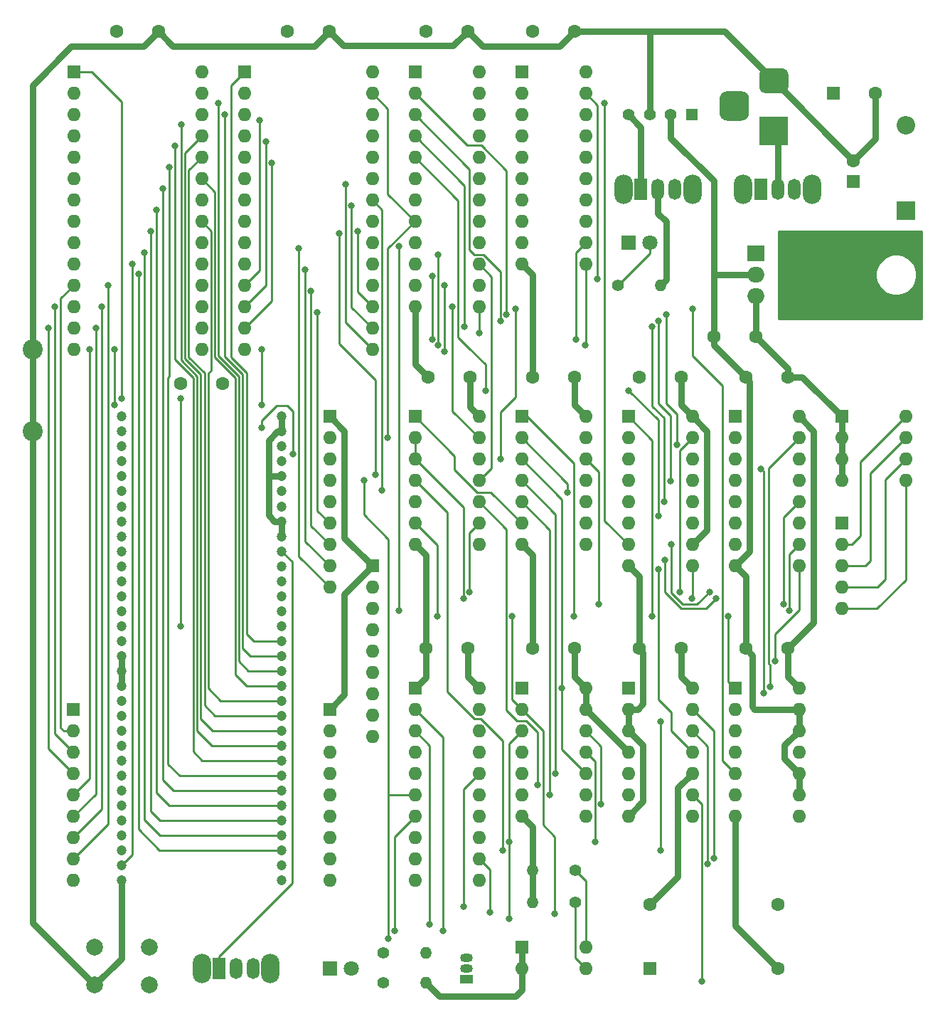
<source format=gbr>
%TF.GenerationSoftware,KiCad,Pcbnew,(5.1.10)-1*%
%TF.CreationDate,2025-11-04T10:25:31+01:00*%
%TF.ProjectId,tlcs90-rom-reader-pcb,746c6373-3930-42d7-926f-6d2d72656164,rev?*%
%TF.SameCoordinates,Original*%
%TF.FileFunction,Copper,L2,Bot*%
%TF.FilePolarity,Positive*%
%FSLAX46Y46*%
G04 Gerber Fmt 4.6, Leading zero omitted, Abs format (unit mm)*
G04 Created by KiCad (PCBNEW (5.1.10)-1) date 2025-11-04 10:25:31*
%MOMM*%
%LPD*%
G01*
G04 APERTURE LIST*
%TA.AperFunction,ComponentPad*%
%ADD10C,1.600000*%
%TD*%
%TA.AperFunction,ComponentPad*%
%ADD11R,1.600000X1.600000*%
%TD*%
%TA.AperFunction,ComponentPad*%
%ADD12O,1.600000X1.600000*%
%TD*%
%TA.AperFunction,ComponentPad*%
%ADD13R,2.000000X1.905000*%
%TD*%
%TA.AperFunction,ComponentPad*%
%ADD14O,2.000000X1.905000*%
%TD*%
%TA.AperFunction,ComponentPad*%
%ADD15R,1.500000X2.500000*%
%TD*%
%TA.AperFunction,ComponentPad*%
%ADD16O,1.500000X2.500000*%
%TD*%
%TA.AperFunction,ComponentPad*%
%ADD17O,2.200000X3.500000*%
%TD*%
%TA.AperFunction,ComponentPad*%
%ADD18R,3.500000X3.500000*%
%TD*%
%TA.AperFunction,ComponentPad*%
%ADD19O,2.200000X2.200000*%
%TD*%
%TA.AperFunction,ComponentPad*%
%ADD20R,2.200000X2.200000*%
%TD*%
%TA.AperFunction,ComponentPad*%
%ADD21R,1.500000X1.050000*%
%TD*%
%TA.AperFunction,ComponentPad*%
%ADD22O,1.500000X1.050000*%
%TD*%
%TA.AperFunction,ComponentPad*%
%ADD23C,1.200000*%
%TD*%
%TA.AperFunction,ComponentPad*%
%ADD24O,1.400000X1.400000*%
%TD*%
%TA.AperFunction,ComponentPad*%
%ADD25C,1.400000*%
%TD*%
%TA.AperFunction,ComponentPad*%
%ADD26C,1.800000*%
%TD*%
%TA.AperFunction,ComponentPad*%
%ADD27R,1.800000X1.800000*%
%TD*%
%TA.AperFunction,ComponentPad*%
%ADD28C,2.000000*%
%TD*%
%TA.AperFunction,ComponentPad*%
%ADD29R,1.408000X1.408000*%
%TD*%
%TA.AperFunction,ComponentPad*%
%ADD30C,1.408000*%
%TD*%
%TA.AperFunction,ViaPad*%
%ADD31C,2.400000*%
%TD*%
%TA.AperFunction,ViaPad*%
%ADD32C,0.800000*%
%TD*%
%TA.AperFunction,Conductor*%
%ADD33C,0.250000*%
%TD*%
%TA.AperFunction,Conductor*%
%ADD34C,0.750000*%
%TD*%
%TA.AperFunction,Conductor*%
%ADD35C,0.254000*%
%TD*%
%TA.AperFunction,Conductor*%
%ADD36C,0.100000*%
%TD*%
G04 APERTURE END LIST*
D10*
%TO.P,C30,2*%
%TO.N,GND*%
X181762400Y-51163220D03*
D11*
%TO.P,C30,1*%
%TO.N,+12V*%
X181762400Y-53663220D03*
%TD*%
D12*
%TO.P,RA5,5*%
%TO.N,Net-(DSW2-Pad5)*%
X180340000Y-104495600D03*
%TO.P,RA5,4*%
%TO.N,Net-(DSW2-Pad6)*%
X180340000Y-101955600D03*
%TO.P,RA5,3*%
%TO.N,Net-(DSW2-Pad7)*%
X180340000Y-99415600D03*
%TO.P,RA5,2*%
%TO.N,Net-(DSW2-Pad8)*%
X180340000Y-96875600D03*
D11*
%TO.P,RA5,1*%
%TO.N,GND*%
X180340000Y-94335600D03*
%TD*%
D12*
%TO.P,DSW2,8*%
%TO.N,Net-(DSW2-Pad8)*%
X187960000Y-81635600D03*
%TO.P,DSW2,4*%
%TO.N,VCC*%
X180340000Y-89255600D03*
%TO.P,DSW2,7*%
%TO.N,Net-(DSW2-Pad7)*%
X187960000Y-84175600D03*
%TO.P,DSW2,3*%
%TO.N,VCC*%
X180340000Y-86715600D03*
%TO.P,DSW2,6*%
%TO.N,Net-(DSW2-Pad6)*%
X187960000Y-86715600D03*
%TO.P,DSW2,2*%
%TO.N,VCC*%
X180340000Y-84175600D03*
%TO.P,DSW2,5*%
%TO.N,Net-(DSW2-Pad5)*%
X187960000Y-89255600D03*
D11*
%TO.P,DSW2,1*%
%TO.N,VCC*%
X180340000Y-81635600D03*
%TD*%
D13*
%TO.P,U15,1*%
%TO.N,+12V*%
X170174920Y-62230000D03*
D14*
%TO.P,U15,2*%
%TO.N,GND*%
X170174920Y-64770000D03*
%TO.P,U15,3*%
%TO.N,VCC*%
X170174920Y-67310000D03*
%TD*%
D15*
%TO.P,SW2,1*%
%TO.N,/SW12V*%
X170720000Y-54610000D03*
D16*
%TO.P,SW2,2*%
%TO.N,/IN12V*%
X172720000Y-54610000D03*
%TO.P,SW2,3*%
%TO.N,N/C*%
X174720000Y-54610000D03*
D17*
%TO.P,SW2,*%
%TO.N,*%
X168620000Y-54610000D03*
X176820000Y-54610000D03*
%TD*%
D18*
%TO.P,J2,1*%
%TO.N,/IN12V*%
X172271420Y-47673520D03*
%TO.P,J2,2*%
%TO.N,GND*%
%TA.AperFunction,ComponentPad*%
G36*
G01*
X171271420Y-40173520D02*
X173271420Y-40173520D01*
G75*
G02*
X174021420Y-40923520I0J-750000D01*
G01*
X174021420Y-42423520D01*
G75*
G02*
X173271420Y-43173520I-750000J0D01*
G01*
X171271420Y-43173520D01*
G75*
G02*
X170521420Y-42423520I0J750000D01*
G01*
X170521420Y-40923520D01*
G75*
G02*
X171271420Y-40173520I750000J0D01*
G01*
G37*
%TD.AperFunction*%
%TO.P,J2,3*%
%TO.N,N/C*%
%TA.AperFunction,ComponentPad*%
G36*
G01*
X166696420Y-42923520D02*
X168446420Y-42923520D01*
G75*
G02*
X169321420Y-43798520I0J-875000D01*
G01*
X169321420Y-45548520D01*
G75*
G02*
X168446420Y-46423520I-875000J0D01*
G01*
X166696420Y-46423520D01*
G75*
G02*
X165821420Y-45548520I0J875000D01*
G01*
X165821420Y-43798520D01*
G75*
G02*
X166696420Y-42923520I875000J0D01*
G01*
G37*
%TD.AperFunction*%
%TD*%
D19*
%TO.P,D3,2*%
%TO.N,/SW12V*%
X187960000Y-46949360D03*
D20*
%TO.P,D3,1*%
%TO.N,+12V*%
X187960000Y-57109360D03*
%TD*%
D10*
%TO.P,C14,2*%
%TO.N,GND*%
X165100000Y-72136000D03*
%TO.P,C14,1*%
%TO.N,VCC*%
X170100000Y-72136000D03*
%TD*%
D12*
%TO.P,U8,14*%
%TO.N,VCC*%
X149860000Y-113919000D03*
%TO.P,U8,7*%
%TO.N,GND*%
X142240000Y-129159000D03*
%TO.P,U8,13*%
%TO.N,VCC*%
X149860000Y-116459000D03*
%TO.P,U8,6*%
%TO.N,Net-(U8-Pad12)*%
X142240000Y-126619000D03*
%TO.P,U8,12*%
X149860000Y-118999000D03*
%TO.P,U8,5*%
%TO.N,Net-(U10-Pad4)*%
X142240000Y-124079000D03*
%TO.P,U8,11*%
%TO.N,CLK*%
X149860000Y-121539000D03*
%TO.P,U8,4*%
%TO.N,VCC*%
X142240000Y-121539000D03*
%TO.P,U8,10*%
%TO.N,Net-(U10-Pad3)*%
X149860000Y-124079000D03*
%TO.P,U8,3*%
%TO.N,CLK*%
X142240000Y-118999000D03*
%TO.P,U8,9*%
%TO.N,Net-(U10-Pad5)*%
X149860000Y-126619000D03*
%TO.P,U8,2*%
%TO.N,~RESET*%
X142240000Y-116459000D03*
%TO.P,U8,8*%
%TO.N,N/C*%
X149860000Y-129159000D03*
D11*
%TO.P,U8,1*%
%TO.N,Net-(U10-Pad3)*%
X142240000Y-113919000D03*
%TD*%
D21*
%TO.P,Q1,1*%
%TO.N,GND*%
X135636000Y-148590000D03*
D22*
%TO.P,Q1,3*%
%TO.N,Net-(Q1-Pad3)*%
X135636000Y-146050000D03*
%TO.P,Q1,2*%
%TO.N,Net-(D2-Pad1)*%
X135636000Y-147320000D03*
%TD*%
D23*
%TO.P,U1,64*%
%TO.N,VCC*%
X113690400Y-81630000D03*
%TO.P,U1,63*%
X113690400Y-83410000D03*
%TO.P,U1,62*%
%TO.N,~WR*%
X113690400Y-85190000D03*
%TO.P,U1,61*%
%TO.N,~RD*%
X113690400Y-86970000D03*
%TO.P,U1,60*%
%TO.N,VCC*%
X113690400Y-88750000D03*
%TO.P,U1,59*%
%TO.N,N/C*%
X113690400Y-90530000D03*
%TO.P,U1,58*%
X113690400Y-92310000D03*
%TO.P,U1,57*%
%TO.N,VCC*%
X113690400Y-94090000D03*
%TO.P,U1,56*%
X113690400Y-95870000D03*
%TO.P,U1,55*%
%TO.N,~EA*%
X113690400Y-97650000D03*
%TO.P,U1,54*%
%TO.N,A19*%
X113690400Y-99430000D03*
%TO.P,U1,53*%
%TO.N,A18*%
X113690400Y-101210000D03*
%TO.P,U1,52*%
%TO.N,A17*%
X113690400Y-102990000D03*
%TO.P,U1,51*%
%TO.N,A16*%
X113690400Y-104770000D03*
%TO.P,U1,50*%
%TO.N,A15*%
X113690400Y-106550000D03*
%TO.P,U1,49*%
%TO.N,A14*%
X113690400Y-108330000D03*
%TO.P,U1,48*%
%TO.N,A13*%
X113690400Y-110110000D03*
%TO.P,U1,47*%
%TO.N,A12*%
X113690400Y-111890000D03*
%TO.P,U1,46*%
%TO.N,A11*%
X113690400Y-113670000D03*
%TO.P,U1,45*%
%TO.N,A10*%
X113690400Y-115450000D03*
%TO.P,U1,44*%
%TO.N,A9*%
X113690400Y-117230000D03*
%TO.P,U1,43*%
%TO.N,A8*%
X113690400Y-119010000D03*
%TO.P,U1,42*%
%TO.N,A7*%
X113690400Y-120790000D03*
%TO.P,U1,41*%
%TO.N,A6*%
X113690400Y-122570000D03*
%TO.P,U1,40*%
%TO.N,A5*%
X113690400Y-124350000D03*
%TO.P,U1,39*%
%TO.N,A4*%
X113690400Y-126130000D03*
%TO.P,U1,38*%
%TO.N,A3*%
X113690400Y-127910000D03*
%TO.P,U1,37*%
%TO.N,A2*%
X113690400Y-129690000D03*
%TO.P,U1,36*%
%TO.N,A1*%
X113690400Y-131470000D03*
%TO.P,U1,35*%
%TO.N,A0*%
X113690400Y-133250000D03*
%TO.P,U1,34*%
%TO.N,N/C*%
X113690400Y-135030000D03*
%TO.P,U1,33*%
%TO.N,Net-(U1-Pad33)*%
X113690400Y-136810000D03*
%TO.P,U1,32*%
%TO.N,GND*%
X94589600Y-136810000D03*
%TO.P,U1,31*%
%TO.N,D7*%
X94589600Y-135030000D03*
%TO.P,U1,30*%
%TO.N,D6*%
X94589600Y-133250000D03*
%TO.P,U1,29*%
%TO.N,D5*%
X94589600Y-131470000D03*
%TO.P,U1,28*%
%TO.N,D4*%
X94589600Y-129690000D03*
%TO.P,U1,27*%
%TO.N,D3*%
X94589600Y-127910000D03*
%TO.P,U1,26*%
%TO.N,D2*%
X94589600Y-126130000D03*
%TO.P,U1,25*%
%TO.N,D1*%
X94589600Y-124350000D03*
%TO.P,U1,24*%
%TO.N,D0*%
X94589600Y-122570000D03*
%TO.P,U1,23*%
%TO.N,CLK*%
X94589600Y-120790000D03*
%TO.P,U1,22*%
%TO.N,~RESET*%
X94589600Y-119010000D03*
%TO.P,U1,21*%
%TO.N,~NMI-RESET*%
X94589600Y-117230000D03*
%TO.P,U1,20*%
%TO.N,N/C*%
X94589600Y-115450000D03*
%TO.P,U1,19*%
%TO.N,VCC*%
X94589600Y-113670000D03*
%TO.P,U1,18*%
X94589600Y-111890000D03*
%TO.P,U1,17*%
X94589600Y-110110000D03*
%TO.P,U1,16*%
%TO.N,N/C*%
X94589600Y-108330000D03*
%TO.P,U1,15*%
X94589600Y-106550000D03*
%TO.P,U1,14*%
X94589600Y-104770000D03*
%TO.P,U1,13*%
X94589600Y-102990000D03*
%TO.P,U1,12*%
X94589600Y-101210000D03*
%TO.P,U1,11*%
X94589600Y-99430000D03*
%TO.P,U1,10*%
X94589600Y-97650000D03*
%TO.P,U1,9*%
X94589600Y-95870000D03*
%TO.P,U1,8*%
X94589600Y-94090000D03*
%TO.P,U1,7*%
X94589600Y-92310000D03*
%TO.P,U1,6*%
X94589600Y-90530000D03*
%TO.P,U1,5*%
X94589600Y-88750000D03*
%TO.P,U1,4*%
X94589600Y-86970000D03*
%TO.P,U1,3*%
X94589600Y-85190000D03*
%TO.P,U1,2*%
%TO.N,GND*%
X94589600Y-83410000D03*
%TO.P,U1,1*%
%TO.N,VCC*%
X94589600Y-81630000D03*
%TD*%
D10*
%TO.P,C7,2*%
%TO.N,GND*%
X119300000Y-35814000D03*
%TO.P,C7,1*%
%TO.N,VCC*%
X114300000Y-35814000D03*
%TD*%
%TO.P,C4,2*%
%TO.N,GND*%
X168910000Y-109220000D03*
%TO.P,C4,1*%
%TO.N,VCC*%
X173910000Y-109220000D03*
%TD*%
D24*
%TO.P,R1,2*%
%TO.N,VCC*%
X158750000Y-66040000D03*
D25*
%TO.P,R1,1*%
%TO.N,Net-(D1-Pad2)*%
X153670000Y-66040000D03*
%TD*%
D17*
%TO.P,SW4,*%
%TO.N,*%
X112340000Y-147320000D03*
X104140000Y-147320000D03*
D16*
%TO.P,SW4,3*%
%TO.N,N/C*%
X110240000Y-147320000D03*
%TO.P,SW4,2*%
%TO.N,GND*%
X108240000Y-147320000D03*
D15*
%TO.P,SW4,1*%
%TO.N,~EA*%
X106240000Y-147320000D03*
%TD*%
D10*
%TO.P,C5,2*%
%TO.N,GND*%
X101639360Y-77724000D03*
%TO.P,C5,1*%
%TO.N,VCC*%
X106639360Y-77724000D03*
%TD*%
D24*
%TO.P,R5,2*%
%TO.N,GND*%
X143510000Y-139446000D03*
D25*
%TO.P,R5,1*%
%TO.N,Net-(DSW1-Pad3)*%
X148590000Y-139446000D03*
%TD*%
D10*
%TO.P,C1,2*%
%TO.N,GND*%
X130810000Y-109220000D03*
%TO.P,C1,1*%
%TO.N,VCC*%
X135810000Y-109220000D03*
%TD*%
D17*
%TO.P,SW1,*%
%TO.N,*%
X162560000Y-54610000D03*
X154360000Y-54610000D03*
D16*
%TO.P,SW1,3*%
%TO.N,N/C*%
X160460000Y-54610000D03*
%TO.P,SW1,2*%
%TO.N,VCC*%
X158460000Y-54610000D03*
D15*
%TO.P,SW1,1*%
%TO.N,Net-(J1-Pad4)*%
X156460000Y-54610000D03*
%TD*%
D10*
%TO.P,C20,2*%
%TO.N,GND*%
X184324000Y-43180000D03*
D11*
%TO.P,C20,1*%
%TO.N,VCC*%
X179324000Y-43180000D03*
%TD*%
D10*
%TO.P,C8,2*%
%TO.N,GND*%
X135810000Y-35763200D03*
%TO.P,C8,1*%
%TO.N,VCC*%
X130810000Y-35763200D03*
%TD*%
D12*
%TO.P,U14,20*%
%TO.N,VCC*%
X137160000Y-113944400D03*
%TO.P,U14,10*%
%TO.N,GND*%
X129540000Y-136804400D03*
%TO.P,U14,19*%
%TO.N,~DSW-ENABLE*%
X137160000Y-116484400D03*
%TO.P,U14,9*%
%TO.N,Net-(U14-Pad13)*%
X129540000Y-134264400D03*
%TO.P,U14,18*%
%TO.N,Net-(U14-Pad18)*%
X137160000Y-119024400D03*
%TO.P,U14,8*%
%TO.N,Net-(U14-Pad14)*%
X129540000Y-131724400D03*
%TO.P,U14,17*%
%TO.N,Net-(U14-Pad17)*%
X137160000Y-121564400D03*
%TO.P,U14,7*%
%TO.N,D1*%
X129540000Y-129184400D03*
%TO.P,U14,16*%
%TO.N,Net-(U1-Pad33)*%
X137160000Y-124104400D03*
%TO.P,U14,6*%
%TO.N,Net-(RA3-Pad4)*%
X129540000Y-126644400D03*
%TO.P,U14,15*%
%TO.N,Net-(DSW1-Pad4)*%
X137160000Y-126644400D03*
%TO.P,U14,5*%
%TO.N,Net-(U14-Pad17)*%
X129540000Y-124104400D03*
%TO.P,U14,14*%
%TO.N,Net-(U14-Pad14)*%
X137160000Y-129184400D03*
%TO.P,U14,4*%
%TO.N,Net-(U14-Pad18)*%
X129540000Y-121564400D03*
%TO.P,U14,13*%
%TO.N,Net-(U14-Pad13)*%
X137160000Y-131724400D03*
%TO.P,U14,3*%
%TO.N,D0*%
X129540000Y-119024400D03*
%TO.P,U14,12*%
%TO.N,~RESET*%
X137160000Y-134264400D03*
%TO.P,U14,2*%
%TO.N,Net-(U14-Pad2)*%
X129540000Y-116484400D03*
%TO.P,U14,11*%
%TO.N,Net-(DSW1-Pad3)*%
X137160000Y-136804400D03*
D11*
%TO.P,U14,1*%
%TO.N,GND*%
X129540000Y-113944400D03*
%TD*%
D10*
%TO.P,C10,2*%
%TO.N,GND*%
X131064000Y-76962000D03*
%TO.P,C10,1*%
%TO.N,VCC*%
X136064000Y-76962000D03*
%TD*%
D12*
%TO.P,U9,14*%
%TO.N,VCC*%
X162560000Y-113919000D03*
%TO.P,U9,7*%
%TO.N,GND*%
X154940000Y-129159000D03*
%TO.P,U9,13*%
%TO.N,~RESET*%
X162560000Y-116459000D03*
%TO.P,U9,6*%
%TO.N,N/C*%
X154940000Y-126619000D03*
%TO.P,U9,12*%
%TO.N,D0*%
X162560000Y-118999000D03*
%TO.P,U9,5*%
%TO.N,N/C*%
X154940000Y-124079000D03*
%TO.P,U9,11*%
%TO.N,Net-(U11-Pad13)*%
X162560000Y-121539000D03*
%TO.P,U9,4*%
%TO.N,VCC*%
X154940000Y-121539000D03*
%TO.P,U9,10*%
X162560000Y-124079000D03*
%TO.P,U9,3*%
%TO.N,GND*%
X154940000Y-118999000D03*
%TO.P,U9,9*%
%TO.N,Net-(R3-Pad2)*%
X162560000Y-126619000D03*
%TO.P,U9,2*%
%TO.N,GND*%
X154940000Y-116459000D03*
%TO.P,U9,8*%
%TO.N,N/C*%
X162560000Y-129159000D03*
D11*
%TO.P,U9,1*%
%TO.N,VCC*%
X154940000Y-113919000D03*
%TD*%
D10*
%TO.P,C3,2*%
%TO.N,GND*%
X156210000Y-109220000D03*
%TO.P,C3,1*%
%TO.N,VCC*%
X161210000Y-109220000D03*
%TD*%
%TO.P,C9,2*%
%TO.N,GND*%
X148510000Y-35814000D03*
%TO.P,C9,1*%
%TO.N,VCC*%
X143510000Y-35814000D03*
%TD*%
%TO.P,C13,2*%
%TO.N,GND*%
X168910000Y-76962000D03*
%TO.P,C13,1*%
%TO.N,VCC*%
X173910000Y-76962000D03*
%TD*%
%TO.P,C11,2*%
%TO.N,GND*%
X143510000Y-76962000D03*
%TO.P,C11,1*%
%TO.N,VCC*%
X148510000Y-76962000D03*
%TD*%
D24*
%TO.P,R4,2*%
%TO.N,GND*%
X143510000Y-135636000D03*
D25*
%TO.P,R4,1*%
%TO.N,Net-(DSW1-Pad4)*%
X148590000Y-135636000D03*
%TD*%
D12*
%TO.P,U5,20*%
%TO.N,VCC*%
X149860000Y-40640000D03*
%TO.P,U5,10*%
%TO.N,GND*%
X142240000Y-63500000D03*
%TO.P,U5,19*%
%TO.N,Net-(U11-Pad11)*%
X149860000Y-43180000D03*
%TO.P,U5,9*%
%TO.N,Net-(U4-Pad16)*%
X142240000Y-60960000D03*
%TO.P,U5,18*%
%TO.N,D0*%
X149860000Y-45720000D03*
%TO.P,U5,8*%
%TO.N,Net-(U4-Pad17)*%
X142240000Y-58420000D03*
%TO.P,U5,17*%
%TO.N,D1*%
X149860000Y-48260000D03*
%TO.P,U5,7*%
%TO.N,Net-(U4-Pad18)*%
X142240000Y-55880000D03*
%TO.P,U5,16*%
%TO.N,D2*%
X149860000Y-50800000D03*
%TO.P,U5,6*%
%TO.N,Net-(U4-Pad19)*%
X142240000Y-53340000D03*
%TO.P,U5,15*%
%TO.N,D3*%
X149860000Y-53340000D03*
%TO.P,U5,5*%
%TO.N,Net-(U4-Pad20)*%
X142240000Y-50800000D03*
%TO.P,U5,14*%
%TO.N,D4*%
X149860000Y-55880000D03*
%TO.P,U5,4*%
%TO.N,Net-(U4-Pad21)*%
X142240000Y-48260000D03*
%TO.P,U5,13*%
%TO.N,D5*%
X149860000Y-58420000D03*
%TO.P,U5,3*%
%TO.N,Net-(U4-Pad22)*%
X142240000Y-45720000D03*
%TO.P,U5,12*%
%TO.N,D6*%
X149860000Y-60960000D03*
%TO.P,U5,2*%
%TO.N,Net-(U4-Pad23)*%
X142240000Y-43180000D03*
%TO.P,U5,11*%
%TO.N,D7*%
X149860000Y-63500000D03*
D11*
%TO.P,U5,1*%
%TO.N,VCC*%
X142240000Y-40640000D03*
%TD*%
D24*
%TO.P,R3,2*%
%TO.N,Net-(R3-Pad2)*%
X130810000Y-145415000D03*
D25*
%TO.P,R3,1*%
%TO.N,Net-(Q1-Pad3)*%
X125730000Y-145415000D03*
%TD*%
D11*
%TO.P,U10,1*%
%TO.N,~RESET*%
X142240000Y-81635600D03*
D12*
%TO.P,U10,8*%
%TO.N,~DISABLE-COUNT*%
X149860000Y-96875600D03*
%TO.P,U10,2*%
%TO.N,~EA*%
X142240000Y-84175600D03*
%TO.P,U10,9*%
%TO.N,Net-(U10-Pad9)*%
X149860000Y-94335600D03*
%TO.P,U10,3*%
%TO.N,Net-(U10-Pad3)*%
X142240000Y-86715600D03*
%TO.P,U10,10*%
%TO.N,~EA*%
X149860000Y-91795600D03*
%TO.P,U10,4*%
%TO.N,Net-(U10-Pad4)*%
X142240000Y-89255600D03*
%TO.P,U10,11*%
%TO.N,~ROM-ENABLE*%
X149860000Y-89255600D03*
%TO.P,U10,5*%
%TO.N,Net-(U10-Pad5)*%
X142240000Y-91795600D03*
%TO.P,U10,12*%
%TO.N,Net-(U10-Pad12)*%
X149860000Y-86715600D03*
%TO.P,U10,6*%
%TO.N,Net-(U10-Pad6)*%
X142240000Y-94335600D03*
%TO.P,U10,13*%
%TO.N,Net-(U10-Pad13)*%
X149860000Y-84175600D03*
%TO.P,U10,7*%
%TO.N,GND*%
X142240000Y-96875600D03*
%TO.P,U10,14*%
%TO.N,VCC*%
X149860000Y-81635600D03*
%TD*%
D11*
%TO.P,U12,1*%
%TO.N,Net-(U11-Pad6)*%
X167640000Y-113919000D03*
D12*
%TO.P,U12,8*%
%TO.N,N/C*%
X175260000Y-129159000D03*
%TO.P,U12,2*%
%TO.N,NMI-RESET-POS*%
X167640000Y-116459000D03*
%TO.P,U12,9*%
%TO.N,GND*%
X175260000Y-126619000D03*
%TO.P,U12,3*%
%TO.N,Net-(U12-Pad3)*%
X167640000Y-118999000D03*
%TO.P,U12,10*%
%TO.N,GND*%
X175260000Y-124079000D03*
%TO.P,U12,4*%
%TO.N,Net-(U11-Pad10)*%
X167640000Y-121539000D03*
%TO.P,U12,11*%
%TO.N,N/C*%
X175260000Y-121539000D03*
%TO.P,U12,5*%
%TO.N,Net-(U11-Pad12)*%
X167640000Y-124079000D03*
%TO.P,U12,12*%
%TO.N,GND*%
X175260000Y-118999000D03*
%TO.P,U12,6*%
%TO.N,Net-(U12-Pad6)*%
X167640000Y-126619000D03*
%TO.P,U12,13*%
%TO.N,GND*%
X175260000Y-116459000D03*
%TO.P,U12,7*%
X167640000Y-129159000D03*
%TO.P,U12,14*%
%TO.N,VCC*%
X175260000Y-113919000D03*
%TD*%
%TO.P,DSW1,4*%
%TO.N,Net-(DSW1-Pad4)*%
X149860000Y-144780000D03*
%TO.P,DSW1,2*%
%TO.N,VCC*%
X142240000Y-147320000D03*
%TO.P,DSW1,3*%
%TO.N,Net-(DSW1-Pad3)*%
X149860000Y-147320000D03*
D11*
%TO.P,DSW1,1*%
%TO.N,VCC*%
X142240000Y-144780000D03*
%TD*%
D26*
%TO.P,D1,2*%
%TO.N,Net-(D1-Pad2)*%
X157480000Y-60960000D03*
D27*
%TO.P,D1,1*%
%TO.N,GND*%
X154940000Y-60960000D03*
%TD*%
D12*
%TO.P,U6,16*%
%TO.N,VCC*%
X162560000Y-81635600D03*
%TO.P,U6,8*%
%TO.N,GND*%
X154940000Y-99415600D03*
%TO.P,U6,15*%
%TO.N,Net-(U11-Pad9)*%
X162560000Y-84175600D03*
%TO.P,U6,7*%
%TO.N,~DISABLE-COUNT*%
X154940000Y-96875600D03*
%TO.P,U6,14*%
%TO.N,C0*%
X162560000Y-86715600D03*
%TO.P,U6,6*%
%TO.N,Net-(DSW2-Pad5)*%
X154940000Y-94335600D03*
%TO.P,U6,13*%
%TO.N,C1*%
X162560000Y-89255600D03*
%TO.P,U6,5*%
%TO.N,Net-(DSW2-Pad6)*%
X154940000Y-91795600D03*
%TO.P,U6,12*%
%TO.N,C2*%
X162560000Y-91795600D03*
%TO.P,U6,4*%
%TO.N,Net-(DSW2-Pad7)*%
X154940000Y-89255600D03*
%TO.P,U6,11*%
%TO.N,C3*%
X162560000Y-94335600D03*
%TO.P,U6,3*%
%TO.N,Net-(DSW2-Pad8)*%
X154940000Y-86715600D03*
%TO.P,U6,10*%
%TO.N,VCC*%
X162560000Y-96875600D03*
%TO.P,U6,2*%
%TO.N,Net-(U12-Pad3)*%
X154940000Y-84175600D03*
%TO.P,U6,9*%
%TO.N,~NMI-RESET*%
X162560000Y-99415600D03*
D11*
%TO.P,U6,1*%
%TO.N,~RESET*%
X154940000Y-81635600D03*
%TD*%
D10*
%TO.P,C12,2*%
%TO.N,GND*%
X156210000Y-76962000D03*
%TO.P,C12,1*%
%TO.N,VCC*%
X161210000Y-76962000D03*
%TD*%
%TO.P,C6,2*%
%TO.N,GND*%
X99005400Y-35826700D03*
%TO.P,C6,1*%
%TO.N,VCC*%
X94005400Y-35826700D03*
%TD*%
%TO.P,C2,2*%
%TO.N,GND*%
X143510000Y-109220000D03*
%TO.P,C2,1*%
%TO.N,VCC*%
X148510000Y-109220000D03*
%TD*%
D11*
%TO.P,U3,1*%
%TO.N,A14*%
X109220000Y-40640000D03*
D12*
%TO.P,U3,15*%
%TO.N,D3*%
X124460000Y-73660000D03*
%TO.P,U3,2*%
%TO.N,A12*%
X109220000Y-43180000D03*
%TO.P,U3,16*%
%TO.N,D4*%
X124460000Y-71120000D03*
%TO.P,U3,3*%
%TO.N,A7*%
X109220000Y-45720000D03*
%TO.P,U3,17*%
%TO.N,D5*%
X124460000Y-68580000D03*
%TO.P,U3,4*%
%TO.N,A6*%
X109220000Y-48260000D03*
%TO.P,U3,18*%
%TO.N,D6*%
X124460000Y-66040000D03*
%TO.P,U3,5*%
%TO.N,A5*%
X109220000Y-50800000D03*
%TO.P,U3,19*%
%TO.N,D7*%
X124460000Y-63500000D03*
%TO.P,U3,6*%
%TO.N,A4*%
X109220000Y-53340000D03*
%TO.P,U3,20*%
%TO.N,~EEPROM-ENABLE*%
X124460000Y-60960000D03*
%TO.P,U3,7*%
%TO.N,A3*%
X109220000Y-55880000D03*
%TO.P,U3,21*%
%TO.N,A10*%
X124460000Y-58420000D03*
%TO.P,U3,8*%
%TO.N,A2*%
X109220000Y-58420000D03*
%TO.P,U3,22*%
%TO.N,~RD*%
X124460000Y-55880000D03*
%TO.P,U3,9*%
%TO.N,A1*%
X109220000Y-60960000D03*
%TO.P,U3,23*%
%TO.N,A11*%
X124460000Y-53340000D03*
%TO.P,U3,10*%
%TO.N,A0*%
X109220000Y-63500000D03*
%TO.P,U3,24*%
%TO.N,A9*%
X124460000Y-50800000D03*
%TO.P,U3,11*%
%TO.N,D0*%
X109220000Y-66040000D03*
%TO.P,U3,25*%
%TO.N,A8*%
X124460000Y-48260000D03*
%TO.P,U3,12*%
%TO.N,D1*%
X109220000Y-68580000D03*
%TO.P,U3,26*%
%TO.N,A13*%
X124460000Y-45720000D03*
%TO.P,U3,13*%
%TO.N,D2*%
X109220000Y-71120000D03*
%TO.P,U3,27*%
%TO.N,~WR*%
X124460000Y-43180000D03*
%TO.P,U3,14*%
%TO.N,GND*%
X109220000Y-73660000D03*
%TO.P,U3,28*%
%TO.N,VCC*%
X124460000Y-40640000D03*
%TD*%
%TO.P,U4,24*%
%TO.N,VCC*%
X137162540Y-40637460D03*
%TO.P,U4,12*%
%TO.N,GND*%
X129542540Y-68577460D03*
%TO.P,U4,23*%
%TO.N,Net-(U4-Pad23)*%
X137162540Y-43177460D03*
%TO.P,U4,11*%
%TO.N,A18*%
X129542540Y-66037460D03*
%TO.P,U4,22*%
%TO.N,Net-(U4-Pad22)*%
X137162540Y-45717460D03*
%TO.P,U4,10*%
%TO.N,A17*%
X129542540Y-63497460D03*
%TO.P,U4,21*%
%TO.N,Net-(U4-Pad21)*%
X137162540Y-48257460D03*
%TO.P,U4,9*%
%TO.N,A16*%
X129542540Y-60957460D03*
%TO.P,U4,20*%
%TO.N,Net-(U4-Pad20)*%
X137162540Y-50797460D03*
%TO.P,U4,8*%
%TO.N,~WR*%
X129542540Y-58417460D03*
%TO.P,U4,19*%
%TO.N,Net-(U4-Pad19)*%
X137162540Y-53337460D03*
%TO.P,U4,7*%
%TO.N,N/C*%
X129542540Y-55877460D03*
%TO.P,U4,18*%
%TO.N,Net-(U4-Pad18)*%
X137162540Y-55877460D03*
%TO.P,U4,6*%
%TO.N,N/C*%
X129542540Y-53337460D03*
%TO.P,U4,17*%
%TO.N,Net-(U4-Pad17)*%
X137162540Y-58417460D03*
%TO.P,U4,5*%
%TO.N,C3*%
X129542540Y-50797460D03*
%TO.P,U4,16*%
%TO.N,Net-(U4-Pad16)*%
X137162540Y-60957460D03*
%TO.P,U4,4*%
%TO.N,C2*%
X129542540Y-48257460D03*
%TO.P,U4,15*%
%TO.N,Net-(U11-Pad11)*%
X137162540Y-63497460D03*
%TO.P,U4,3*%
%TO.N,C1*%
X129542540Y-45717460D03*
%TO.P,U4,14*%
%TO.N,Net-(U11-Pad13)*%
X137162540Y-66037460D03*
%TO.P,U4,2*%
%TO.N,C0*%
X129542540Y-43177460D03*
%TO.P,U4,13*%
%TO.N,A19*%
X137162540Y-68577460D03*
D11*
%TO.P,U4,1*%
%TO.N,~DISABLE-COUNT*%
X129542540Y-40637460D03*
%TD*%
D12*
%TO.P,U2,28*%
%TO.N,VCC*%
X104140000Y-40640000D03*
%TO.P,U2,14*%
%TO.N,GND*%
X88900000Y-73660000D03*
%TO.P,U2,27*%
%TO.N,A14*%
X104140000Y-43180000D03*
%TO.P,U2,13*%
%TO.N,D2*%
X88900000Y-71120000D03*
%TO.P,U2,26*%
%TO.N,A13*%
X104140000Y-45720000D03*
%TO.P,U2,12*%
%TO.N,D1*%
X88900000Y-68580000D03*
%TO.P,U2,25*%
%TO.N,A8*%
X104140000Y-48260000D03*
%TO.P,U2,11*%
%TO.N,D0*%
X88900000Y-66040000D03*
%TO.P,U2,24*%
%TO.N,A9*%
X104140000Y-50800000D03*
%TO.P,U2,10*%
%TO.N,A0*%
X88900000Y-63500000D03*
%TO.P,U2,23*%
%TO.N,A11*%
X104140000Y-53340000D03*
%TO.P,U2,9*%
%TO.N,A1*%
X88900000Y-60960000D03*
%TO.P,U2,22*%
%TO.N,~RD*%
X104140000Y-55880000D03*
%TO.P,U2,8*%
%TO.N,A2*%
X88900000Y-58420000D03*
%TO.P,U2,21*%
%TO.N,A10*%
X104140000Y-58420000D03*
%TO.P,U2,7*%
%TO.N,A3*%
X88900000Y-55880000D03*
%TO.P,U2,20*%
%TO.N,~ROM-ENABLE*%
X104140000Y-60960000D03*
%TO.P,U2,6*%
%TO.N,A4*%
X88900000Y-53340000D03*
%TO.P,U2,19*%
%TO.N,D7*%
X104140000Y-63500000D03*
%TO.P,U2,5*%
%TO.N,A5*%
X88900000Y-50800000D03*
%TO.P,U2,18*%
%TO.N,D6*%
X104140000Y-66040000D03*
%TO.P,U2,4*%
%TO.N,A6*%
X88900000Y-48260000D03*
%TO.P,U2,17*%
%TO.N,D5*%
X104140000Y-68580000D03*
%TO.P,U2,3*%
%TO.N,A7*%
X88900000Y-45720000D03*
%TO.P,U2,16*%
%TO.N,D4*%
X104140000Y-71120000D03*
%TO.P,U2,2*%
%TO.N,A12*%
X88900000Y-43180000D03*
%TO.P,U2,15*%
%TO.N,D3*%
X104140000Y-73660000D03*
D11*
%TO.P,U2,1*%
%TO.N,A15*%
X88900000Y-40640000D03*
%TD*%
D28*
%TO.P,SW3,1*%
%TO.N,Net-(RA3-Pad4)*%
X97937460Y-144780000D03*
%TO.P,SW3,2*%
%TO.N,GND*%
X97937460Y-149280000D03*
%TO.P,SW3,1*%
%TO.N,Net-(RA3-Pad4)*%
X91437460Y-144780000D03*
%TO.P,SW3,2*%
%TO.N,GND*%
X91437460Y-149280000D03*
%TD*%
D12*
%TO.P,RA4,9*%
%TO.N,D7*%
X88874600Y-136804400D03*
%TO.P,RA4,8*%
%TO.N,D6*%
X88874600Y-134264400D03*
%TO.P,RA4,7*%
%TO.N,D5*%
X88874600Y-131724400D03*
%TO.P,RA4,6*%
%TO.N,D4*%
X88874600Y-129184400D03*
%TO.P,RA4,5*%
%TO.N,D3*%
X88874600Y-126644400D03*
%TO.P,RA4,4*%
%TO.N,D2*%
X88874600Y-124104400D03*
%TO.P,RA4,3*%
%TO.N,D1*%
X88874600Y-121564400D03*
%TO.P,RA4,2*%
%TO.N,D0*%
X88874600Y-119024400D03*
D11*
%TO.P,RA4,1*%
%TO.N,VCC*%
X88874600Y-116484400D03*
%TD*%
D12*
%TO.P,U7,16*%
%TO.N,VCC*%
X175260000Y-81635600D03*
%TO.P,U7,8*%
%TO.N,GND*%
X167640000Y-99415600D03*
%TO.P,U7,15*%
%TO.N,Net-(U12-Pad6)*%
X175260000Y-84175600D03*
%TO.P,U7,7*%
%TO.N,N/C*%
X167640000Y-96875600D03*
%TO.P,U7,14*%
%TO.N,A18*%
X175260000Y-86715600D03*
%TO.P,U7,6*%
%TO.N,N/C*%
X167640000Y-94335600D03*
%TO.P,U7,13*%
%TO.N,A19*%
X175260000Y-89255600D03*
%TO.P,U7,5*%
%TO.N,N/C*%
X167640000Y-91795600D03*
%TO.P,U7,12*%
%TO.N,Net-(U10-Pad12)*%
X175260000Y-91795600D03*
%TO.P,U7,4*%
%TO.N,N/C*%
X167640000Y-89255600D03*
%TO.P,U7,11*%
%TO.N,Net-(U10-Pad13)*%
X175260000Y-94335600D03*
%TO.P,U7,3*%
%TO.N,N/C*%
X167640000Y-86715600D03*
%TO.P,U7,10*%
%TO.N,~EEPROM-ENABLE*%
X175260000Y-96875600D03*
%TO.P,U7,2*%
%TO.N,N/C*%
X167640000Y-84175600D03*
%TO.P,U7,9*%
%TO.N,~DSW-ENABLE*%
X175260000Y-99415600D03*
D11*
%TO.P,U7,1*%
%TO.N,N/C*%
X167640000Y-81635600D03*
%TD*%
D12*
%TO.P,RA3,9*%
%TO.N,A16*%
X119380000Y-101955600D03*
%TO.P,RA3,8*%
%TO.N,A17*%
X119380000Y-99415600D03*
%TO.P,RA3,7*%
%TO.N,A18*%
X119380000Y-96875600D03*
%TO.P,RA3,6*%
%TO.N,A19*%
X119380000Y-94335600D03*
%TO.P,RA3,5*%
%TO.N,~EA*%
X119380000Y-91795600D03*
%TO.P,RA3,4*%
%TO.N,Net-(RA3-Pad4)*%
X119380000Y-89255600D03*
%TO.P,RA3,3*%
%TO.N,~RD*%
X119380000Y-86715600D03*
%TO.P,RA3,2*%
%TO.N,~WR*%
X119380000Y-84175600D03*
D11*
%TO.P,RA3,1*%
%TO.N,VCC*%
X119380000Y-81635600D03*
%TD*%
D12*
%TO.P,RA2,9*%
%TO.N,A8*%
X124460000Y-119735600D03*
%TO.P,RA2,8*%
%TO.N,A9*%
X124460000Y-117195600D03*
%TO.P,RA2,7*%
%TO.N,A10*%
X124460000Y-114655600D03*
%TO.P,RA2,6*%
%TO.N,A11*%
X124460000Y-112115600D03*
%TO.P,RA2,5*%
%TO.N,A12*%
X124460000Y-109575600D03*
%TO.P,RA2,4*%
%TO.N,A13*%
X124460000Y-107035600D03*
%TO.P,RA2,3*%
%TO.N,A14*%
X124460000Y-104495600D03*
%TO.P,RA2,2*%
%TO.N,A15*%
X124460000Y-101955600D03*
D11*
%TO.P,RA2,1*%
%TO.N,VCC*%
X124460000Y-99415600D03*
%TD*%
D10*
%TO.P,X1,7*%
%TO.N,GND*%
X172720000Y-147320000D03*
%TO.P,X1,8*%
%TO.N,Net-(U14-Pad2)*%
X172720000Y-139700000D03*
%TO.P,X1,14*%
%TO.N,VCC*%
X157480000Y-139700000D03*
D11*
%TO.P,X1,1*%
%TO.N,N/C*%
X157480000Y-147320000D03*
%TD*%
D12*
%TO.P,RA1,9*%
%TO.N,A0*%
X119380000Y-136804400D03*
%TO.P,RA1,8*%
%TO.N,A1*%
X119380000Y-134264400D03*
%TO.P,RA1,7*%
%TO.N,A2*%
X119380000Y-131724400D03*
%TO.P,RA1,6*%
%TO.N,A3*%
X119380000Y-129184400D03*
%TO.P,RA1,5*%
%TO.N,A4*%
X119380000Y-126644400D03*
%TO.P,RA1,4*%
%TO.N,A5*%
X119380000Y-124104400D03*
%TO.P,RA1,3*%
%TO.N,A6*%
X119380000Y-121564400D03*
%TO.P,RA1,2*%
%TO.N,A7*%
X119380000Y-119024400D03*
D11*
%TO.P,RA1,1*%
%TO.N,VCC*%
X119380000Y-116484400D03*
%TD*%
D24*
%TO.P,R2,2*%
%TO.N,VCC*%
X130810000Y-148971000D03*
D25*
%TO.P,R2,1*%
%TO.N,Net-(D2-Pad2)*%
X125730000Y-148971000D03*
%TD*%
D12*
%TO.P,U11,14*%
%TO.N,VCC*%
X137160000Y-81635600D03*
%TO.P,U11,7*%
%TO.N,GND*%
X129540000Y-96875600D03*
%TO.P,U11,13*%
%TO.N,Net-(U11-Pad13)*%
X137160000Y-84175600D03*
%TO.P,U11,6*%
%TO.N,Net-(U11-Pad6)*%
X129540000Y-94335600D03*
%TO.P,U11,12*%
%TO.N,Net-(U11-Pad12)*%
X137160000Y-86715600D03*
%TO.P,U11,5*%
%TO.N,~RD*%
X129540000Y-91795600D03*
%TO.P,U11,11*%
%TO.N,Net-(U11-Pad11)*%
X137160000Y-89255600D03*
%TO.P,U11,4*%
%TO.N,NMI-RESET-POS*%
X129540000Y-89255600D03*
%TO.P,U11,10*%
%TO.N,Net-(U11-Pad10)*%
X137160000Y-91795600D03*
%TO.P,U11,3*%
%TO.N,~NMI-RESET*%
X129540000Y-86715600D03*
%TO.P,U11,9*%
%TO.N,Net-(U11-Pad9)*%
X137160000Y-94335600D03*
%TO.P,U11,2*%
%TO.N,~NMI-RESET*%
X129540000Y-84175600D03*
%TO.P,U11,8*%
%TO.N,Net-(U10-Pad9)*%
X137160000Y-96875600D03*
D11*
%TO.P,U11,1*%
%TO.N,Net-(U10-Pad6)*%
X129540000Y-81635600D03*
%TD*%
D29*
%TO.P,J1,1*%
%TO.N,N/C*%
X162495880Y-45720000D03*
D30*
%TO.P,J1,2*%
%TO.N,GND*%
X159995880Y-45720000D03*
%TO.P,J1,3*%
X157495880Y-45720000D03*
%TO.P,J1,4*%
%TO.N,Net-(J1-Pad4)*%
X154995880Y-45720000D03*
%TD*%
D26*
%TO.P,D2,2*%
%TO.N,Net-(D2-Pad2)*%
X121920000Y-147320000D03*
D27*
%TO.P,D2,1*%
%TO.N,Net-(D2-Pad1)*%
X119380000Y-147320000D03*
%TD*%
D31*
%TO.N,GND*%
X84014599Y-73660000D03*
X84014599Y-83407539D03*
X176270920Y-64770000D03*
X181676040Y-64770000D03*
D32*
%TO.N,A7*%
X101696301Y-46845001D03*
%TO.N,A6*%
X100969861Y-49385001D03*
%TO.N,A5*%
X100243859Y-51925001D03*
%TO.N,A4*%
X99522061Y-54465001D03*
%TO.N,A3*%
X98795621Y-57005001D03*
%TO.N,A2*%
X98069619Y-59545001D03*
%TO.N,A1*%
X97342741Y-62085001D03*
%TO.N,A0*%
X96619601Y-64625001D03*
%TO.N,A15*%
X101600000Y-106550460D03*
X101599597Y-79503558D03*
X94589600Y-79494380D03*
%TO.N,A13*%
X106890021Y-45720000D03*
%TO.N,A12*%
X106167139Y-44305001D03*
%TO.N,A19*%
X137160000Y-71687461D03*
X117876320Y-69269999D03*
%TO.N,A18*%
X117152420Y-66729999D03*
X133022001Y-66040000D03*
X133022697Y-73862861D03*
%TO.N,A17*%
X116428520Y-64189999D03*
%TO.N,A16*%
X115704620Y-61649999D03*
%TO.N,D7*%
X95895160Y-63500000D03*
X132295900Y-62367160D03*
X132297416Y-73137461D03*
X149857460Y-73136760D03*
%TO.N,D6*%
X92997020Y-66040000D03*
X131572000Y-64914780D03*
X131572000Y-72412461D03*
X148734780Y-72412860D03*
%TO.N,D5*%
X92270580Y-68580000D03*
X122691941Y-59545001D03*
%TO.N,D4*%
X91544140Y-71120000D03*
X121968260Y-56569999D03*
%TO.N,D3*%
X90817700Y-73660000D03*
X93792040Y-73657460D03*
X93792775Y-80265641D03*
X121244360Y-54029999D03*
X111252000Y-80256380D03*
X111252000Y-73660000D03*
%TO.N,D2*%
X85919599Y-71120000D03*
X112491180Y-51489999D03*
%TO.N,D1*%
X86644599Y-68580000D03*
X111766180Y-48949999D03*
X127088679Y-142812261D03*
%TO.N,D0*%
X111041180Y-46409999D03*
X131310660Y-142087261D03*
X164410001Y-134876540D03*
%TO.N,~RESET*%
X138430000Y-140637260D03*
X165135001Y-134155172D03*
X157774640Y-105425602D03*
X148430342Y-105425602D03*
X141115142Y-105425602D03*
X146204559Y-140769981D03*
%TO.N,CLK*%
X140736320Y-141351000D03*
X150992840Y-132269001D03*
X140734999Y-132261559D03*
%TO.N,~RD*%
X125585001Y-90380601D03*
%TO.N,~WR*%
X126310001Y-84180680D03*
%TO.N,~ROM-ENABLE*%
X120518259Y-59829700D03*
X124860001Y-88565601D03*
%TO.N,~EEPROM-ENABLE*%
X127626953Y-61358353D03*
X174134780Y-104700602D03*
X127624840Y-104688640D03*
%TO.N,Net-(U8-Pad12)*%
X151717840Y-127762000D03*
%TO.N,Net-(U10-Pad5)*%
X145557240Y-126616460D03*
%TO.N,Net-(U10-Pad4)*%
X146278600Y-124079000D03*
%TO.N,Net-(U10-Pad3)*%
X147004999Y-113903719D03*
%TO.N,Net-(U14-Pad2)*%
X132842000Y-142812261D03*
%TO.N,~EA*%
X147702440Y-90670599D03*
%TO.N,Net-(R3-Pad2)*%
X163685220Y-148823680D03*
%TO.N,C3*%
X158500010Y-93438430D03*
X137940001Y-78521560D03*
X154961819Y-78525599D03*
%TO.N,C2*%
X159225010Y-91787980D03*
X135412511Y-70962461D03*
X157802521Y-70962461D03*
%TO.N,C1*%
X159950010Y-89270840D03*
X139700000Y-70237461D03*
X158527522Y-70235038D03*
%TO.N,C0*%
X160702193Y-85008101D03*
X140425000Y-69512461D03*
X159494220Y-69504560D03*
%TO.N,~NMI-RESET*%
X114978519Y-86085680D03*
X111252000Y-82985000D03*
X135300322Y-103250602D03*
X162557460Y-103248460D03*
%TO.N,NMI-RESET-POS*%
X140009999Y-133217742D03*
X158750000Y-133212840D03*
X158752540Y-117878860D03*
%TO.N,~DISABLE-COUNT*%
X152105579Y-44305001D03*
%TO.N,Net-(U10-Pad12)*%
X151384000Y-103975602D03*
X173409999Y-103975602D03*
%TO.N,Net-(U1-Pad33)*%
X135338820Y-139914401D03*
%TO.N,Net-(U11-Pad11)*%
X151290020Y-65278000D03*
%TO.N,Net-(U11-Pad9)*%
X161053780Y-102525601D03*
X136035821Y-102525601D03*
%TO.N,Net-(U12-Pad3)*%
X171064999Y-114541300D03*
X170750001Y-87840601D03*
%TO.N,~DSW-ENABLE*%
X172405040Y-110728760D03*
%TO.N,Net-(U12-Pad6)*%
X171789999Y-113791289D03*
%TO.N,Net-(U11-Pad10)*%
X144107239Y-125493780D03*
%TO.N,Net-(U11-Pad6)*%
X132165000Y-105425602D03*
X166859999Y-105425602D03*
%TO.N,Net-(RA3-Pad4)*%
X123444000Y-89255600D03*
X126362460Y-143774160D03*
%TO.N,Net-(DSW2-Pad6)*%
X160020000Y-96870520D03*
X164592000Y-102525601D03*
%TO.N,Net-(DSW2-Pad5)*%
X159295000Y-98691700D03*
X165409999Y-103250601D03*
%TO.N,Net-(U11-Pad13)*%
X133962509Y-68580000D03*
X158500010Y-99815601D03*
%TO.N,Net-(U11-Pad12)*%
X141478000Y-68785037D03*
X139700000Y-86715600D03*
X162560000Y-68778120D03*
%TD*%
D33*
%TO.N,Net-(D1-Pad2)*%
X157480000Y-62230000D02*
X157480000Y-60960000D01*
X153670000Y-66040000D02*
X157480000Y-62230000D01*
D34*
%TO.N,GND*%
X117544999Y-37569001D02*
X119300000Y-35814000D01*
X100747701Y-37569001D02*
X117544999Y-37569001D01*
X99005400Y-35826700D02*
X100747701Y-37569001D01*
X134054999Y-37518201D02*
X135810000Y-35763200D01*
X121004201Y-37518201D02*
X134054999Y-37518201D01*
X119300000Y-35814000D02*
X121004201Y-37518201D01*
X146754999Y-37569001D02*
X148510000Y-35814000D01*
X137615801Y-37569001D02*
X146754999Y-37569001D01*
X135810000Y-35763200D02*
X137615801Y-37569001D01*
X94589600Y-146127860D02*
X91437460Y-149280000D01*
X94589600Y-136810000D02*
X94589600Y-146127860D01*
X84014599Y-141857139D02*
X91437460Y-149280000D01*
X84014599Y-83407539D02*
X84014599Y-141857139D01*
X84014599Y-73660000D02*
X84014599Y-83407539D01*
X88639297Y-37581701D02*
X97250399Y-37581701D01*
X84014599Y-42206399D02*
X88639297Y-37581701D01*
X97250399Y-37581701D02*
X99005400Y-35826700D01*
X84014599Y-73660000D02*
X84014599Y-42206399D01*
X129542540Y-68577460D02*
X129586229Y-68621149D01*
X129542540Y-75440540D02*
X131064000Y-76962000D01*
X129542540Y-68577460D02*
X129542540Y-75440540D01*
X154940000Y-118999000D02*
X154940000Y-116459000D01*
X175260000Y-116459000D02*
X175260000Y-118999000D01*
X175260000Y-124079000D02*
X175260000Y-126619000D01*
X156695001Y-127403999D02*
X154940000Y-129159000D01*
X156695001Y-120754001D02*
X156695001Y-127403999D01*
X154940000Y-118999000D02*
X156695001Y-120754001D01*
X173504999Y-122323999D02*
X175260000Y-124079000D01*
X167640000Y-142240000D02*
X172720000Y-147320000D01*
X167640000Y-129159000D02*
X167640000Y-142240000D01*
X142237460Y-63502540D02*
X142240000Y-63500000D01*
X143510000Y-64770000D02*
X142240000Y-63500000D01*
X143510000Y-76962000D02*
X143510000Y-64770000D01*
X130810000Y-112674400D02*
X129540000Y-113944400D01*
X130810000Y-109220000D02*
X130810000Y-112674400D01*
X130810000Y-98145600D02*
X129540000Y-96875600D01*
X130810000Y-109220000D02*
X130810000Y-98145600D01*
X156695001Y-115835369D02*
X156695001Y-109705001D01*
X156695001Y-109705001D02*
X156210000Y-109220000D01*
X156071370Y-116459000D02*
X156695001Y-115835369D01*
X154940000Y-116459000D02*
X156071370Y-116459000D01*
X168910000Y-100685600D02*
X167640000Y-99415600D01*
X168910000Y-109220000D02*
X168910000Y-100685600D01*
X156210000Y-100685600D02*
X154940000Y-99415600D01*
X156210000Y-109220000D02*
X156210000Y-100685600D01*
X143510000Y-98145600D02*
X142240000Y-96875600D01*
X143510000Y-109220000D02*
X143510000Y-98145600D01*
X143510000Y-135636000D02*
X143510000Y-139446000D01*
X143510000Y-130429000D02*
X142240000Y-129159000D01*
X143510000Y-135636000D02*
X143510000Y-130429000D01*
X173504999Y-120754001D02*
X173504999Y-122323999D01*
X175260000Y-118999000D02*
X173504999Y-120754001D01*
X148510000Y-35814000D02*
X154035760Y-35814000D01*
X169709999Y-110019999D02*
X169709999Y-116176959D01*
X168910000Y-109220000D02*
X169709999Y-110019999D01*
X169992040Y-116459000D02*
X175260000Y-116459000D01*
X169709999Y-116176959D02*
X169992040Y-116459000D01*
X166411900Y-35814000D02*
X172271420Y-41673520D01*
X157495880Y-35885760D02*
X157424120Y-35814000D01*
X157495880Y-45720000D02*
X157495880Y-35885760D01*
X157424120Y-35814000D02*
X166411900Y-35814000D01*
X154035760Y-35814000D02*
X157424120Y-35814000D01*
X154940000Y-60960000D02*
X154940000Y-61396880D01*
X165100000Y-73152000D02*
X168910000Y-76962000D01*
X165100000Y-72136000D02*
X165100000Y-73152000D01*
X176270920Y-64770000D02*
X181676040Y-64770000D01*
X172271420Y-42770780D02*
X172271420Y-41673520D01*
X165122860Y-64770000D02*
X165100000Y-64747140D01*
X170174920Y-64770000D02*
X165122860Y-64770000D01*
X165100000Y-72136000D02*
X165100000Y-64747140D01*
X159995880Y-48489657D02*
X159995880Y-45720000D01*
X165100000Y-53593777D02*
X159995880Y-48489657D01*
X165100000Y-64747140D02*
X165100000Y-53593777D01*
X169395001Y-97660599D02*
X167640000Y-99415600D01*
X169395001Y-77447001D02*
X169395001Y-97660599D01*
X168910000Y-76962000D02*
X169395001Y-77447001D01*
X172272700Y-41673520D02*
X181762400Y-51163220D01*
X172271420Y-41673520D02*
X172272700Y-41673520D01*
X184324000Y-48601620D02*
X181762400Y-51163220D01*
X184324000Y-43180000D02*
X184324000Y-48601620D01*
%TO.N,VCC*%
X94589600Y-110110000D02*
X94589600Y-111890000D01*
X94589600Y-111890000D02*
X94589600Y-113670000D01*
X113690400Y-81630000D02*
X113690400Y-83410000D01*
X113690400Y-94090000D02*
X113690400Y-95870000D01*
X113168998Y-83410000D02*
X113690400Y-83410000D01*
X112135399Y-84443599D02*
X113168998Y-83410000D01*
X112841872Y-94090000D02*
X112135399Y-93383527D01*
X113690400Y-94090000D02*
X112841872Y-94090000D01*
X112254118Y-88750000D02*
X112135399Y-88631281D01*
X112135399Y-88631281D02*
X112135399Y-84443599D01*
X113690400Y-88750000D02*
X112254118Y-88750000D01*
X112135399Y-93383527D02*
X112135399Y-88631281D01*
X121135001Y-102740599D02*
X124460000Y-99415600D01*
X121135001Y-114729399D02*
X121135001Y-102740599D01*
X119380000Y-116484400D02*
X121135001Y-114729399D01*
X136064000Y-80539600D02*
X137160000Y-81635600D01*
X136064000Y-76962000D02*
X136064000Y-80539600D01*
X149860000Y-113919000D02*
X149860000Y-116459000D01*
X154940000Y-121539000D02*
X149860000Y-116459000D01*
X160804999Y-136375001D02*
X157480000Y-139700000D01*
X160804999Y-125834001D02*
X160804999Y-136375001D01*
X162560000Y-124079000D02*
X160804999Y-125834001D01*
X121135001Y-96090601D02*
X124460000Y-99415600D01*
X121135001Y-83390601D02*
X121135001Y-96090601D01*
X119380000Y-81635600D02*
X121135001Y-83390601D01*
X142240000Y-144780000D02*
X142240000Y-147320000D01*
X142240000Y-147320000D02*
X142240000Y-149870160D01*
X142240000Y-149870160D02*
X141483080Y-150627080D01*
X132466080Y-150627080D02*
X130810000Y-148971000D01*
X141483080Y-150627080D02*
X132466080Y-150627080D01*
X148510000Y-80285600D02*
X149860000Y-81635600D01*
X148510000Y-76962000D02*
X148510000Y-80285600D01*
X161210000Y-80285600D02*
X162560000Y-81635600D01*
X161210000Y-76962000D02*
X161210000Y-80285600D01*
X164315001Y-95120599D02*
X162560000Y-96875600D01*
X164315001Y-83390601D02*
X164315001Y-95120599D01*
X162560000Y-81635600D02*
X164315001Y-83390601D01*
X135810000Y-112594400D02*
X137160000Y-113944400D01*
X135810000Y-109220000D02*
X135810000Y-112594400D01*
X148510000Y-112569000D02*
X149860000Y-113919000D01*
X148510000Y-109220000D02*
X148510000Y-112569000D01*
X161210000Y-112569000D02*
X162560000Y-113919000D01*
X161210000Y-109220000D02*
X161210000Y-112569000D01*
X173910000Y-112569000D02*
X175260000Y-113919000D01*
X173910000Y-109220000D02*
X173910000Y-112569000D01*
X177015001Y-106114999D02*
X173910000Y-109220000D01*
X175260000Y-81635600D02*
X177015001Y-83390601D01*
X170100000Y-72136000D02*
X169926000Y-72136000D01*
X173910000Y-75946000D02*
X170100000Y-72136000D01*
X173910000Y-76962000D02*
X173910000Y-75946000D01*
X180340000Y-81635600D02*
X180340000Y-84175600D01*
X180340000Y-84175600D02*
X180340000Y-86715600D01*
X180340000Y-86715600D02*
X180340000Y-89255600D01*
X177015001Y-89291299D02*
X177015001Y-106114999D01*
X177015001Y-83390601D02*
X177015001Y-89291299D01*
X170174920Y-72061080D02*
X170100000Y-72136000D01*
X170174920Y-67310000D02*
X170174920Y-72061080D01*
X158460000Y-54610000D02*
X158460000Y-57449280D01*
X175666400Y-76962000D02*
X180340000Y-81635600D01*
X173910000Y-76962000D02*
X175666400Y-76962000D01*
X159449999Y-58439279D02*
X158460000Y-57449280D01*
X159449999Y-65340001D02*
X159449999Y-58439279D01*
X158750000Y-66040000D02*
X159449999Y-65340001D01*
D33*
%TO.N,A7*%
X113690400Y-120790000D02*
X105346800Y-120790000D01*
X105346800Y-120790000D02*
X103594371Y-119037571D01*
X103594371Y-119037571D02*
X103594370Y-76815198D01*
X101694862Y-46846440D02*
X101696301Y-46845001D01*
X101694862Y-74915690D02*
X101694862Y-46846440D01*
X103594370Y-76815198D02*
X101694862Y-74915690D01*
%TO.N,A6*%
X100969861Y-72154863D02*
X100969861Y-49385001D01*
X100969861Y-74827099D02*
X100969861Y-72154863D01*
X103144361Y-77001599D02*
X100969861Y-74827099D01*
X103144361Y-121498401D02*
X103144361Y-77001599D01*
X104215960Y-122570000D02*
X103144361Y-121498401D01*
X113690400Y-122570000D02*
X104215960Y-122570000D01*
%TO.N,A5*%
X113690400Y-124350000D02*
X101523020Y-124350000D01*
X100247062Y-76888896D02*
X100247062Y-51928204D01*
X100134359Y-77001599D02*
X100247062Y-76888896D01*
X100134359Y-122961339D02*
X100134359Y-77001599D01*
X101523020Y-124350000D02*
X100134359Y-122961339D01*
X100247062Y-51928204D02*
X100243859Y-51925001D01*
%TO.N,A4*%
X113690400Y-126130000D02*
X100780800Y-126130000D01*
X99520622Y-54466440D02*
X99522061Y-54465001D01*
X100780800Y-126130000D02*
X99520622Y-124869822D01*
X99520622Y-124869822D02*
X99520622Y-54466440D01*
%TO.N,A3*%
X113690400Y-127910000D02*
X100282420Y-127910000D01*
X98794620Y-57006002D02*
X98795621Y-57005001D01*
X98794620Y-126422200D02*
X98794620Y-57006002D01*
X100282420Y-127910000D02*
X98794620Y-126422200D01*
%TO.N,A2*%
X113690400Y-129690000D02*
X99161740Y-129690000D01*
X99161740Y-129690000D02*
X98067742Y-128596002D01*
X98067742Y-59546878D02*
X98069619Y-59545001D01*
X98067742Y-128596002D02*
X98067742Y-59546878D01*
%TO.N,A1*%
X113690400Y-131470000D02*
X99227240Y-131470000D01*
X99227240Y-131470000D02*
X97344602Y-129587362D01*
X97344602Y-62086862D02*
X97342741Y-62085001D01*
X97344602Y-129587362D02*
X97344602Y-62086862D01*
%TO.N,A0*%
X113690400Y-133250000D02*
X99125100Y-133250000D01*
X96619601Y-130744501D02*
X96619601Y-64625001D01*
X99125100Y-133250000D02*
X96619601Y-130744501D01*
%TO.N,A15*%
X88900000Y-40640000D02*
X91046300Y-40640000D01*
X91046300Y-40640000D02*
X94589600Y-44183300D01*
X101600000Y-79834740D02*
X101600000Y-106550460D01*
X101600000Y-79503961D02*
X101599597Y-79503558D01*
X101600000Y-79834740D02*
X101600000Y-79503961D01*
X94589600Y-44183300D02*
X94589600Y-79494380D01*
%TO.N,A14*%
X109494389Y-107497949D02*
X110326440Y-108330000D01*
X109494388Y-76442396D02*
X109494389Y-107497949D01*
X107615022Y-74563030D02*
X109494388Y-76442396D01*
X110326440Y-108330000D02*
X113690400Y-108330000D01*
X107615022Y-42244978D02*
X107615022Y-74563030D01*
X109220000Y-40640000D02*
X107615022Y-42244978D01*
%TO.N,A13*%
X113690400Y-110110000D02*
X109952520Y-110110000D01*
X109952520Y-110110000D02*
X109044379Y-109201859D01*
X109044379Y-109201859D02*
X109044379Y-76628797D01*
X106890021Y-74474439D02*
X106890021Y-45720000D01*
X109044379Y-76628797D02*
X106890021Y-74474439D01*
%TO.N,A12*%
X106165021Y-74385849D02*
X106165021Y-44307119D01*
X108594370Y-76815198D02*
X106165021Y-74385849D01*
X109720840Y-111890000D02*
X108594371Y-110763531D01*
X106165021Y-44307119D02*
X106167139Y-44305001D01*
X113690400Y-111890000D02*
X109720840Y-111890000D01*
X108594371Y-110763531D02*
X108594370Y-76815198D01*
%TO.N,A11*%
X105715011Y-54915011D02*
X104140000Y-53340000D01*
X105715011Y-74572249D02*
X105715011Y-54915011D01*
X108144361Y-77001599D02*
X105715011Y-74572249D01*
X108144361Y-112320121D02*
X108144361Y-77001599D01*
X109494240Y-113670000D02*
X108144361Y-112320121D01*
X113690400Y-113670000D02*
X109494240Y-113670000D01*
%TO.N,A10*%
X113690400Y-115450000D02*
X106417760Y-115450000D01*
X106417760Y-115450000D02*
X104944399Y-113976639D01*
X104944399Y-113976639D02*
X104944399Y-76459861D01*
X105265001Y-59545001D02*
X104140000Y-58420000D01*
X105265001Y-76139259D02*
X105265001Y-59545001D01*
X104944399Y-76459861D02*
X105265001Y-76139259D01*
%TO.N,A9*%
X105718720Y-117230000D02*
X113690400Y-117230000D01*
X104494389Y-116005669D02*
X105718720Y-117230000D01*
X104494389Y-76442397D02*
X104494389Y-116005669D01*
X102594882Y-74542890D02*
X104494389Y-76442397D01*
X102594882Y-52345118D02*
X102594882Y-74542890D01*
X104140000Y-50800000D02*
X102594882Y-52345118D01*
%TO.N,A8*%
X113690400Y-119010000D02*
X105454020Y-119010000D01*
X104044379Y-117600359D02*
X104044379Y-76628797D01*
X105454020Y-119010000D02*
X104044379Y-117600359D01*
X104044379Y-76628797D02*
X102144872Y-74729290D01*
X102144872Y-50255128D02*
X104140000Y-48260000D01*
X102144872Y-74729290D02*
X102144872Y-50255128D01*
%TO.N,A19*%
X137162540Y-71684921D02*
X137160000Y-71687461D01*
X137162540Y-68577460D02*
X137162540Y-71684921D01*
X119380000Y-94335600D02*
X117874999Y-92830599D01*
X117874999Y-69271320D02*
X117876320Y-69269999D01*
X117874999Y-92830599D02*
X117874999Y-69271320D01*
%TO.N,A18*%
X117151319Y-66731100D02*
X117152420Y-66729999D01*
X117151319Y-94646919D02*
X117151319Y-66731100D01*
X119380000Y-96875600D02*
X117151319Y-94646919D01*
X133022697Y-66040696D02*
X133022697Y-73862861D01*
X133022001Y-66040000D02*
X133022697Y-66040696D01*
%TO.N,A17*%
X116427419Y-64191100D02*
X116428520Y-64189999D01*
X116427419Y-96463019D02*
X116427419Y-64191100D01*
X119380000Y-99415600D02*
X116427419Y-96463019D01*
%TO.N,A16*%
X115703519Y-61651100D02*
X115704620Y-61649999D01*
X115703519Y-98279119D02*
X115703519Y-61651100D01*
X119380000Y-101955600D02*
X115703519Y-98279119D01*
%TO.N,D7*%
X95894601Y-63500559D02*
X95895160Y-63500000D01*
X95894601Y-133724999D02*
X95894601Y-63500559D01*
X94589600Y-135030000D02*
X95894601Y-133724999D01*
X132295900Y-62367160D02*
X132297001Y-62368261D01*
X132297001Y-62368261D02*
X132297001Y-73101464D01*
X132297001Y-73137046D02*
X132297416Y-73137461D01*
X132297001Y-73101464D02*
X132297001Y-73137046D01*
X149860000Y-73134220D02*
X149857460Y-73136760D01*
X149860000Y-63500000D02*
X149860000Y-73134220D01*
%TO.N,D6*%
X92995581Y-66041439D02*
X92997020Y-66040000D01*
X92995581Y-130143419D02*
X92995581Y-66041439D01*
X88874600Y-134264400D02*
X92995581Y-130143419D01*
X131572000Y-64914780D02*
X131572000Y-72412461D01*
X148734999Y-72412641D02*
X148734780Y-72412860D01*
X148734999Y-62085001D02*
X148734999Y-72412641D01*
X149860000Y-60960000D02*
X148734999Y-62085001D01*
%TO.N,D5*%
X92269141Y-68581439D02*
X92270580Y-68580000D01*
X92269141Y-128329859D02*
X92269141Y-68581439D01*
X88874600Y-131724400D02*
X92269141Y-128329859D01*
X122691941Y-66811941D02*
X122691941Y-59545001D01*
X124460000Y-68580000D02*
X122691941Y-66811941D01*
%TO.N,D4*%
X91542701Y-126516299D02*
X91542701Y-71121439D01*
X91542701Y-71121439D02*
X91544140Y-71120000D01*
X88874600Y-129184400D02*
X91542701Y-126516299D01*
X121966940Y-56571319D02*
X121968260Y-56569999D01*
X121966940Y-68626940D02*
X121966940Y-56571319D01*
X124460000Y-71120000D02*
X121966940Y-68626940D01*
%TO.N,D3*%
X90817700Y-124701300D02*
X90817700Y-73660000D01*
X88874600Y-126644400D02*
X90817700Y-124701300D01*
X93792040Y-80264906D02*
X93792775Y-80265641D01*
X93792040Y-73657460D02*
X93792040Y-80264906D01*
X121243259Y-54031100D02*
X121244360Y-54029999D01*
X121243259Y-70443259D02*
X121243259Y-54031100D01*
X124460000Y-73660000D02*
X121243259Y-70443259D01*
X111252000Y-80256380D02*
X111252000Y-73660000D01*
%TO.N,D2*%
X85919599Y-121149399D02*
X85919599Y-71120000D01*
X88874600Y-124104400D02*
X85919599Y-121149399D01*
X112491180Y-67848820D02*
X112491180Y-51489999D01*
X109220000Y-71120000D02*
X112491180Y-67848820D01*
%TO.N,D1*%
X86644599Y-119334399D02*
X86644599Y-68580000D01*
X88874600Y-121564400D02*
X86644599Y-119334399D01*
X111766180Y-66033820D02*
X111766180Y-48949999D01*
X109220000Y-68580000D02*
X111766180Y-66033820D01*
X127088679Y-131635721D02*
X129540000Y-129184400D01*
X127088679Y-142812261D02*
X127088679Y-131635721D01*
%TO.N,D0*%
X111041180Y-64218820D02*
X111041180Y-46409999D01*
X109220000Y-66040000D02*
X111041180Y-64218820D01*
X88874600Y-119024400D02*
X87743230Y-119024400D01*
X87743230Y-119024400D02*
X87369599Y-118650769D01*
X87369599Y-118650769D02*
X87369599Y-67570401D01*
X87369599Y-67570401D02*
X88900000Y-66040000D01*
X131310660Y-120795060D02*
X129540000Y-119024400D01*
X131310660Y-142087261D02*
X131310660Y-120795060D01*
X164410001Y-120849001D02*
X164410001Y-134876540D01*
X162560000Y-118999000D02*
X164410001Y-120849001D01*
%TO.N,~RESET*%
X138430000Y-135534400D02*
X137160000Y-134264400D01*
X138430000Y-140637260D02*
X138430000Y-135534400D01*
X165135001Y-119034001D02*
X162560000Y-116459000D01*
X165135001Y-134155172D02*
X165135001Y-119034001D01*
X157775010Y-105425232D02*
X157774640Y-105425602D01*
X157775010Y-84470610D02*
X157775010Y-105425232D01*
X154940000Y-81635600D02*
X157775010Y-84470610D01*
X142875000Y-81635600D02*
X148427440Y-87188040D01*
X142240000Y-81635600D02*
X142875000Y-81635600D01*
X148427440Y-87188040D02*
X148427440Y-105422700D01*
X148427440Y-105422700D02*
X148430342Y-105425602D01*
X141114999Y-105425745D02*
X141115142Y-105425602D01*
X141114999Y-115333999D02*
X141114999Y-105425745D01*
X142240000Y-116459000D02*
X141114999Y-115333999D01*
X146204559Y-131596195D02*
X146204559Y-140769981D01*
X144832239Y-130223875D02*
X146204559Y-131596195D01*
X144832239Y-119051239D02*
X144832239Y-130223875D01*
X142240000Y-116459000D02*
X144832239Y-119051239D01*
%TO.N,CLK*%
X140734999Y-141349679D02*
X140736320Y-141351000D01*
X142240000Y-118999000D02*
X140734999Y-120504001D01*
X150992840Y-122671840D02*
X150992840Y-132269001D01*
X149860000Y-121539000D02*
X150992840Y-122671840D01*
X140734999Y-132261559D02*
X140734999Y-141349679D01*
X140734999Y-120504001D02*
X140734999Y-132261559D01*
%TO.N,~RD*%
X125585001Y-57005001D02*
X124460000Y-55880000D01*
X125585001Y-87840601D02*
X125585001Y-57005001D01*
X125585001Y-87840601D02*
X125585001Y-90380601D01*
%TO.N,~WR*%
X129542540Y-58417460D02*
X126310001Y-61649999D01*
X124460000Y-43180000D02*
X126310001Y-45030001D01*
X126310001Y-55184921D02*
X126310001Y-54736119D01*
X129542540Y-58417460D02*
X126310001Y-55184921D01*
X126310001Y-45030001D02*
X126310001Y-54736119D01*
X126310001Y-61649999D02*
X126310001Y-84180680D01*
%TO.N,~ROM-ENABLE*%
X120518259Y-72969459D02*
X120518259Y-59829700D01*
X124860001Y-77311201D02*
X120518259Y-72969459D01*
X124860001Y-88565601D02*
X124860001Y-77311201D01*
%TO.N,~EEPROM-ENABLE*%
X174134999Y-104700383D02*
X174134780Y-104700602D01*
X174134999Y-98000601D02*
X174134999Y-104700383D01*
X175260000Y-96875600D02*
X174134999Y-98000601D01*
X127626953Y-104686527D02*
X127624840Y-104688640D01*
X127626953Y-61358353D02*
X127626953Y-104686527D01*
%TO.N,Net-(U8-Pad12)*%
X151717840Y-120856840D02*
X149860000Y-118999000D01*
X151717840Y-127762000D02*
X151717840Y-120856840D01*
%TO.N,Net-(U10-Pad5)*%
X142240000Y-91795600D02*
X145553599Y-95109199D01*
X145553599Y-126612819D02*
X145557240Y-126616460D01*
X145553599Y-95109199D02*
X145553599Y-126612819D01*
%TO.N,Net-(U10-Pad4)*%
X142240000Y-89255600D02*
X146279998Y-93295598D01*
X146279998Y-124077602D02*
X146278600Y-124079000D01*
X146279998Y-93295598D02*
X146279998Y-124077602D01*
%TO.N,Net-(U10-Pad3)*%
X147004999Y-91480599D02*
X142240000Y-86715600D01*
X149860000Y-124079000D02*
X147004999Y-121223999D01*
X147004999Y-113903719D02*
X147004999Y-91480599D01*
X147004999Y-121223999D02*
X147004999Y-113903719D01*
%TO.N,Net-(U14-Pad2)*%
X132842000Y-119786400D02*
X129540000Y-116484400D01*
X132842000Y-142812261D02*
X132842000Y-119786400D01*
%TO.N,~EA*%
X113690400Y-97650000D02*
X114896900Y-98856500D01*
X147702440Y-89638040D02*
X147702440Y-90670599D01*
X142240000Y-84175600D02*
X147702440Y-89638040D01*
X106240000Y-145820000D02*
X114896900Y-137163100D01*
X106240000Y-147320000D02*
X106240000Y-145820000D01*
X114896900Y-137163100D02*
X114896900Y-136509760D01*
X114896900Y-98856500D02*
X114896900Y-136509760D01*
D34*
%TO.N,Net-(J1-Pad4)*%
X156460000Y-47184120D02*
X156460000Y-54610000D01*
X154995880Y-45720000D02*
X156460000Y-47184120D01*
D33*
%TO.N,Net-(R3-Pad2)*%
X163685001Y-148823461D02*
X163685220Y-148823680D01*
X163685001Y-127744001D02*
X163685001Y-148823461D01*
X162560000Y-126619000D02*
X163685001Y-127744001D01*
%TO.N,C3*%
X129542540Y-50797460D02*
X134687509Y-55942429D01*
X134687509Y-55942429D02*
X134687509Y-59740800D01*
X134687512Y-72197205D02*
X135873828Y-73383521D01*
X134687511Y-70650441D02*
X134687512Y-72197205D01*
X134687509Y-70650439D02*
X134687511Y-70650441D01*
X134687509Y-59740800D02*
X134687509Y-70650439D01*
X135873828Y-73383521D02*
X135345784Y-72855477D01*
X137940001Y-75449694D02*
X135873828Y-73383521D01*
X137940001Y-78521560D02*
X137940001Y-75449694D01*
X158500010Y-82063790D02*
X154961819Y-78525599D01*
X158500010Y-93438430D02*
X158500010Y-82063790D01*
%TO.N,C2*%
X135412511Y-54127431D02*
X135412511Y-70962461D01*
X129542540Y-48257460D02*
X135412511Y-54127431D01*
X159225010Y-91787980D02*
X159225010Y-81798190D01*
X159225010Y-81798190D02*
X157802580Y-80375760D01*
X157802580Y-70962520D02*
X157802521Y-70962461D01*
X157802580Y-80375760D02*
X157802580Y-70962520D01*
%TO.N,C1*%
X159950010Y-89270840D02*
X159950010Y-81532590D01*
X159950010Y-81532590D02*
X158527522Y-80110102D01*
X139700000Y-64369918D02*
X139700000Y-70237461D01*
X137702541Y-62372459D02*
X139700000Y-64369918D01*
X136622539Y-62372459D02*
X137702541Y-62372459D01*
X136037539Y-61787459D02*
X136622539Y-62372459D01*
X136037539Y-52212459D02*
X136037539Y-61787459D01*
X129542540Y-45717460D02*
X136037539Y-52212459D01*
X158527522Y-80110102D02*
X158527522Y-70235038D01*
%TO.N,C0*%
X160702193Y-81305157D02*
X159494220Y-80097184D01*
X160702193Y-85008101D02*
X160702193Y-81305157D01*
X140425000Y-54934918D02*
X140425000Y-69512461D01*
X159494220Y-80097184D02*
X159494220Y-69504560D01*
X140425000Y-52394918D02*
X140425000Y-54934918D01*
X137412543Y-49382461D02*
X140425000Y-52394918D01*
X135747541Y-49382461D02*
X137412543Y-49382461D01*
X129542540Y-43177460D02*
X135747541Y-49382461D01*
%TO.N,~NMI-RESET*%
X129540000Y-84175600D02*
X129540000Y-86715600D01*
X111252000Y-82136998D02*
X111252000Y-82985000D01*
X114316801Y-80324999D02*
X113063999Y-80324999D01*
X114995401Y-81003599D02*
X114316801Y-80324999D01*
X113063999Y-80324999D02*
X111252000Y-82136998D01*
X114995401Y-86068798D02*
X114978519Y-86085680D01*
X114995401Y-81003599D02*
X114995401Y-86068798D01*
X129540000Y-86715600D02*
X135300322Y-92475922D01*
X135300322Y-92475922D02*
X135300322Y-103250602D01*
X162560000Y-103245920D02*
X162557460Y-103248460D01*
X162560000Y-99415600D02*
X162560000Y-103245920D01*
%TO.N,Net-(DSW1-Pad4)*%
X149860000Y-136906000D02*
X149860000Y-144780000D01*
X148590000Y-135636000D02*
X149860000Y-136906000D01*
%TO.N,Net-(DSW1-Pad3)*%
X148590000Y-146050000D02*
X149860000Y-147320000D01*
X148590000Y-139446000D02*
X148590000Y-146050000D01*
%TO.N,NMI-RESET-POS*%
X129540000Y-89255600D02*
X133350000Y-93065600D01*
X140009999Y-120209397D02*
X140009999Y-133217742D01*
X137410003Y-117609401D02*
X140009999Y-120209397D01*
X136619999Y-117609401D02*
X137410003Y-117609401D01*
X133350000Y-114339402D02*
X136619999Y-117609401D01*
X133350000Y-93065600D02*
X133350000Y-114339402D01*
X158750000Y-117881400D02*
X158752540Y-117878860D01*
X158750000Y-133212840D02*
X158750000Y-117881400D01*
%TO.N,~DISABLE-COUNT*%
X154940000Y-96875600D02*
X154940000Y-96563002D01*
X152104990Y-44305590D02*
X152105579Y-44305001D01*
X152105579Y-44305001D02*
X152105579Y-94041179D01*
X154940000Y-96875600D02*
X152105579Y-94041179D01*
%TO.N,Net-(U10-Pad12)*%
X151384000Y-88239600D02*
X151384000Y-103975602D01*
X149860000Y-86715600D02*
X151384000Y-88239600D01*
X173409999Y-93645601D02*
X173409999Y-103975602D01*
X175260000Y-91795600D02*
X173409999Y-93645601D01*
%TO.N,Net-(U1-Pad33)*%
X135338820Y-125925580D02*
X137160000Y-124104400D01*
X135338820Y-139914401D02*
X135338820Y-125925580D01*
%TO.N,Net-(U11-Pad11)*%
X138665001Y-64999921D02*
X137162540Y-63497460D01*
X138665001Y-87750599D02*
X138665001Y-64999921D01*
X137160000Y-89255600D02*
X138665001Y-87750599D01*
X151290020Y-44610020D02*
X151290020Y-65278000D01*
X149860000Y-43180000D02*
X151290020Y-44610020D01*
%TO.N,Net-(U11-Pad9)*%
X162560000Y-84175600D02*
X161054999Y-85680601D01*
X161054999Y-102524382D02*
X161053780Y-102525601D01*
X161054999Y-85680601D02*
X161054999Y-102524382D01*
X136034999Y-102524779D02*
X136035821Y-102525601D01*
X136034999Y-95460601D02*
X136034999Y-102524779D01*
X137160000Y-94335600D02*
X136034999Y-95460601D01*
%TO.N,Net-(U12-Pad3)*%
X171064999Y-88155599D02*
X170750001Y-87840601D01*
X171064999Y-114541300D02*
X171064999Y-88155599D01*
%TO.N,~DSW-ENABLE*%
X175260000Y-104648384D02*
X175260000Y-99415600D01*
X175260000Y-104648384D02*
X172404999Y-107503385D01*
X172404999Y-110728719D02*
X172405040Y-110728760D01*
X172404999Y-107503385D02*
X172404999Y-110728719D01*
%TO.N,Net-(U12-Pad6)*%
X171680039Y-87755561D02*
X171908470Y-87527130D01*
X171680039Y-111076761D02*
X171680039Y-87755561D01*
X171789999Y-111186721D02*
X171680039Y-111076761D01*
X171789999Y-113791289D02*
X171789999Y-111186721D01*
X175260000Y-84175600D02*
X171908470Y-87527130D01*
%TO.N,Net-(U10-Pad6)*%
X138574999Y-90670599D02*
X142240000Y-94335600D01*
X136909997Y-90670599D02*
X138574999Y-90670599D01*
X134205980Y-87966582D02*
X136909997Y-90670599D01*
X134205980Y-86301580D02*
X134205980Y-87966582D01*
X129540000Y-81635600D02*
X134205980Y-86301580D01*
%TO.N,Net-(U11-Pad10)*%
X141699999Y-117873999D02*
X142780001Y-117873999D01*
X140390141Y-116564141D02*
X141699999Y-117873999D01*
X140390141Y-95025741D02*
X140390141Y-116564141D01*
X137160000Y-91795600D02*
X140390141Y-95025741D01*
X144107239Y-125493780D02*
X144107239Y-119201237D01*
X144107239Y-119201237D02*
X142780001Y-117873999D01*
%TO.N,Net-(U11-Pad6)*%
X132165000Y-96960600D02*
X129540000Y-94335600D01*
X132165000Y-105425602D02*
X132165000Y-96960600D01*
X166859999Y-113138999D02*
X166859999Y-105425602D01*
X167640000Y-113919000D02*
X166859999Y-113138999D01*
%TO.N,Net-(RA3-Pad4)*%
X126363679Y-143772941D02*
X126362460Y-143774160D01*
X123444000Y-93319600D02*
X126363679Y-96239279D01*
X123444000Y-89255600D02*
X123444000Y-93319600D01*
X126364898Y-126644400D02*
X126363679Y-126643181D01*
X129540000Y-126644400D02*
X126364898Y-126644400D01*
X126363679Y-126643181D02*
X126363679Y-143772941D01*
X126363679Y-96239279D02*
X126363679Y-126643181D01*
D34*
%TO.N,/IN12V*%
X171160000Y-48784940D02*
X172271420Y-47673520D01*
X172720000Y-48122100D02*
X172720000Y-54610000D01*
X172271420Y-47673520D02*
X172720000Y-48122100D01*
D33*
%TO.N,Net-(DSW2-Pad8)*%
X180340000Y-96875600D02*
X181531260Y-96875600D01*
X181531260Y-96875600D02*
X182552340Y-95854520D01*
X182552340Y-87043260D02*
X187960000Y-81635600D01*
X182552340Y-95854520D02*
X182552340Y-87043260D01*
%TO.N,Net-(DSW2-Pad7)*%
X180340000Y-99415600D02*
X183136540Y-99415600D01*
X183136540Y-99415600D02*
X183802020Y-98750120D01*
X183802020Y-88333580D02*
X187960000Y-84175600D01*
X183802020Y-98750120D02*
X183802020Y-88333580D01*
%TO.N,Net-(DSW2-Pad6)*%
X180340000Y-101955600D02*
X184607200Y-101955600D01*
X184607200Y-101955600D02*
X185544460Y-101018340D01*
X185544460Y-89131140D02*
X187960000Y-86715600D01*
X185544460Y-101018340D02*
X185544460Y-89131140D01*
X160020000Y-102564823D02*
X160020000Y-96870520D01*
X161428638Y-103973461D02*
X160020000Y-102564823D01*
X163144140Y-103973461D02*
X161428638Y-103973461D01*
X164592000Y-102525601D02*
X163144140Y-103973461D01*
D34*
%TO.N,Net-(DSW2-Pad5)*%
X154940000Y-94335600D02*
X154940000Y-94056200D01*
D33*
X180340000Y-104495600D02*
X184536080Y-104495600D01*
X187960000Y-101071680D02*
X187960000Y-89255600D01*
X184536080Y-104495600D02*
X187960000Y-101071680D01*
X164237129Y-104423471D02*
X165409999Y-103250601D01*
X161242238Y-104423471D02*
X164237129Y-104423471D01*
X159295000Y-102476233D02*
X161242238Y-104423471D01*
X159295000Y-98691700D02*
X159295000Y-102476233D01*
%TO.N,Net-(U11-Pad13)*%
X133962509Y-80978109D02*
X133962509Y-68580000D01*
X137160000Y-84175600D02*
X133962509Y-80978109D01*
X158500010Y-99815601D02*
X158500010Y-115317470D01*
X158500010Y-115317470D02*
X160020000Y-116837460D01*
X160020000Y-118999000D02*
X162560000Y-121539000D01*
X160020000Y-116837460D02*
X160020000Y-118999000D01*
%TO.N,Net-(U11-Pad12)*%
X166134999Y-122573999D02*
X166134999Y-77943659D01*
X167640000Y-124079000D02*
X166134999Y-122573999D01*
X166134999Y-77943659D02*
X162560000Y-74368660D01*
X141478000Y-68785037D02*
X141478000Y-79349600D01*
X139700000Y-81127600D02*
X139700000Y-86715600D01*
X141478000Y-79349600D02*
X139700000Y-81127600D01*
X162560000Y-74368660D02*
X162560000Y-68778120D01*
%TD*%
D35*
%TO.N,GND*%
X189840000Y-69977000D02*
X172841920Y-69977000D01*
X172841920Y-64528007D01*
X184377920Y-64528007D01*
X184377920Y-65011993D01*
X184472341Y-65486680D01*
X184657555Y-65933826D01*
X184926444Y-66336246D01*
X185268674Y-66678476D01*
X185671094Y-66947365D01*
X186118240Y-67132579D01*
X186592927Y-67227000D01*
X187076913Y-67227000D01*
X187551600Y-67132579D01*
X187998746Y-66947365D01*
X188401166Y-66678476D01*
X188743396Y-66336246D01*
X189012285Y-65933826D01*
X189197499Y-65486680D01*
X189291920Y-65011993D01*
X189291920Y-64528007D01*
X189197499Y-64053320D01*
X189012285Y-63606174D01*
X188743396Y-63203754D01*
X188401166Y-62861524D01*
X187998746Y-62592635D01*
X187551600Y-62407421D01*
X187076913Y-62313000D01*
X186592927Y-62313000D01*
X186118240Y-62407421D01*
X185671094Y-62592635D01*
X185268674Y-62861524D01*
X184926444Y-63203754D01*
X184657555Y-63606174D01*
X184472341Y-64053320D01*
X184377920Y-64528007D01*
X172841920Y-64528007D01*
X172841920Y-59563000D01*
X189840000Y-59563000D01*
X189840000Y-69977000D01*
%TA.AperFunction,Conductor*%
D36*
G36*
X189840000Y-69977000D02*
G01*
X172841920Y-69977000D01*
X172841920Y-64528007D01*
X184377920Y-64528007D01*
X184377920Y-65011993D01*
X184472341Y-65486680D01*
X184657555Y-65933826D01*
X184926444Y-66336246D01*
X185268674Y-66678476D01*
X185671094Y-66947365D01*
X186118240Y-67132579D01*
X186592927Y-67227000D01*
X187076913Y-67227000D01*
X187551600Y-67132579D01*
X187998746Y-66947365D01*
X188401166Y-66678476D01*
X188743396Y-66336246D01*
X189012285Y-65933826D01*
X189197499Y-65486680D01*
X189291920Y-65011993D01*
X189291920Y-64528007D01*
X189197499Y-64053320D01*
X189012285Y-63606174D01*
X188743396Y-63203754D01*
X188401166Y-62861524D01*
X187998746Y-62592635D01*
X187551600Y-62407421D01*
X187076913Y-62313000D01*
X186592927Y-62313000D01*
X186118240Y-62407421D01*
X185671094Y-62592635D01*
X185268674Y-62861524D01*
X184926444Y-63203754D01*
X184657555Y-63606174D01*
X184472341Y-64053320D01*
X184377920Y-64528007D01*
X172841920Y-64528007D01*
X172841920Y-59563000D01*
X189840000Y-59563000D01*
X189840000Y-69977000D01*
G37*
%TD.AperFunction*%
%TD*%
M02*

</source>
